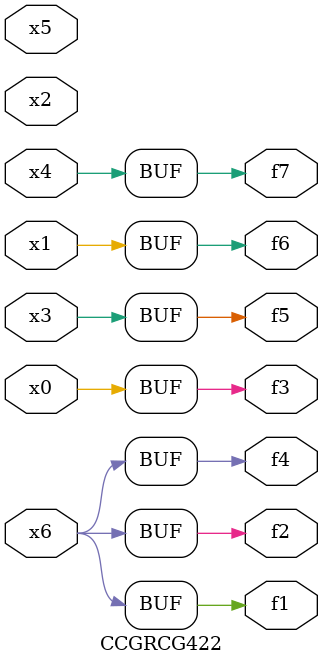
<source format=v>
module CCGRCG422(
	input x0, x1, x2, x3, x4, x5, x6,
	output f1, f2, f3, f4, f5, f6, f7
);
	assign f1 = x6;
	assign f2 = x6;
	assign f3 = x0;
	assign f4 = x6;
	assign f5 = x3;
	assign f6 = x1;
	assign f7 = x4;
endmodule

</source>
